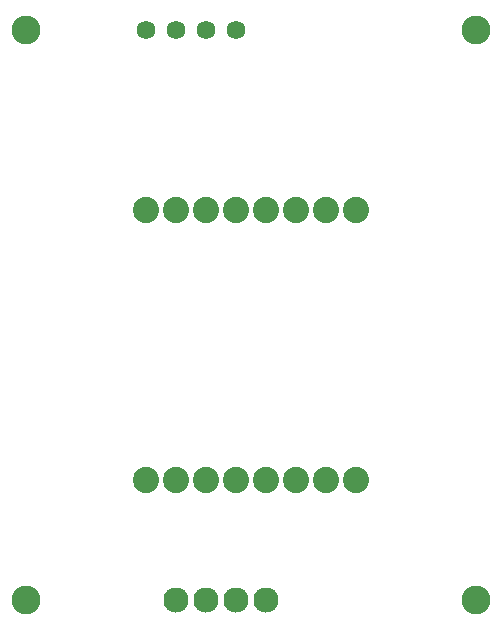
<source format=gbs>
G04 MADE WITH FRITZING*
G04 WWW.FRITZING.ORG*
G04 DOUBLE SIDED*
G04 HOLES PLATED*
G04 CONTOUR ON CENTER OF CONTOUR VECTOR*
%ASAXBY*%
%FSLAX23Y23*%
%MOIN*%
%OFA0B0*%
%SFA1.0B1.0*%
%ADD10C,0.096614*%
%ADD11C,0.083889*%
%ADD12C,0.062685*%
%ADD13C,0.087778*%
%LNMASK0*%
G90*
G70*
G54D10*
X1590Y163D03*
X90Y163D03*
X90Y2063D03*
X1590Y2063D03*
G54D11*
X590Y163D03*
X690Y163D03*
X790Y163D03*
X890Y163D03*
G54D12*
X789Y2063D03*
X689Y2063D03*
X589Y2063D03*
X490Y2063D03*
G54D13*
X1190Y1463D03*
X1090Y1463D03*
X990Y1463D03*
X890Y1463D03*
X790Y1463D03*
X690Y1463D03*
X590Y1463D03*
X490Y1463D03*
X490Y563D03*
X590Y563D03*
X690Y563D03*
X790Y563D03*
X890Y563D03*
X990Y563D03*
X1090Y563D03*
X1190Y563D03*
G04 End of Mask0*
M02*
</source>
